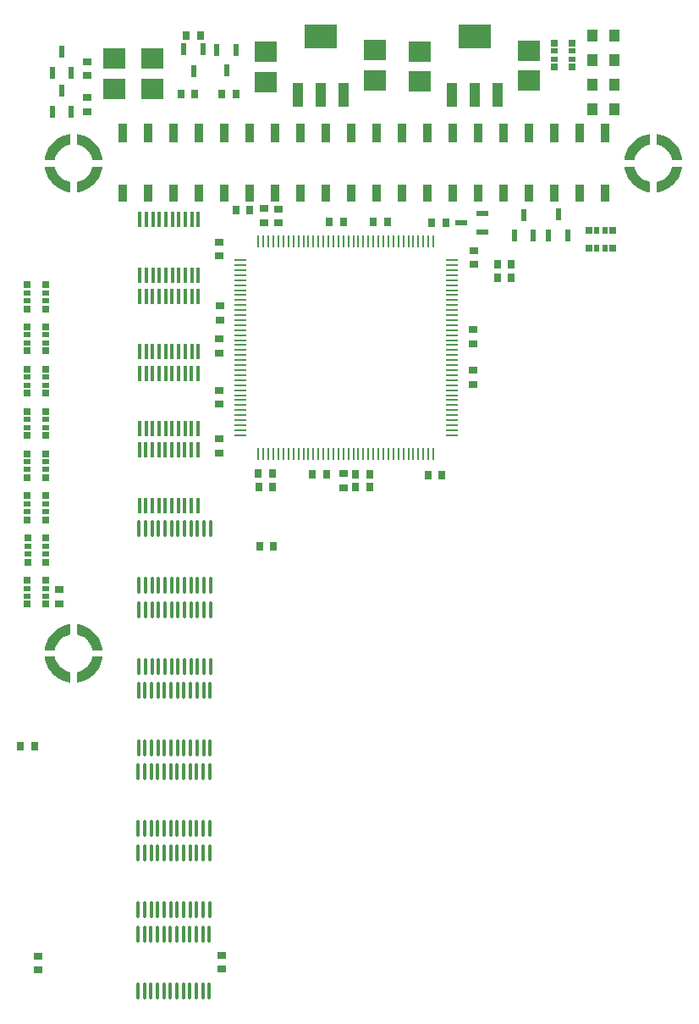
<source format=gtp>
G04*
G04 #@! TF.GenerationSoftware,Altium Limited,Altium Designer,22.6.1 (34)*
G04*
G04 Layer_Color=8421504*
%FSLAX25Y25*%
%MOIN*%
G70*
G04*
G04 #@! TF.SameCoordinates,5882E60C-0619-4AF0-9705-53F345807C1B*
G04*
G04*
G04 #@! TF.FilePolarity,Positive*
G04*
G01*
G75*
%ADD15O,0.00984X0.04724*%
%ADD16O,0.04724X0.00984*%
%ADD17O,0.01378X0.06693*%
%ADD18R,0.08661X0.07874*%
%ADD19R,0.12992X0.09449*%
%ADD20R,0.03937X0.09449*%
%ADD21R,0.03458X0.07316*%
%ADD22R,0.03477X0.06548*%
%ADD23R,0.02362X0.04528*%
%ADD24R,0.05118X0.02362*%
%ADD25R,0.03150X0.03543*%
%ADD26R,0.02362X0.05118*%
%ADD27R,0.03150X0.02559*%
%ADD28R,0.03150X0.01968*%
%ADD29R,0.03937X0.04921*%
%ADD30R,0.03543X0.03150*%
%ADD31R,0.01181X0.06496*%
%ADD32R,0.02559X0.03150*%
%ADD33R,0.01968X0.03150*%
G36*
X346210Y344057D02*
X348076Y343520D01*
X349825Y342679D01*
X351409Y341556D01*
X352782Y340183D01*
X353905Y338599D01*
X354746Y336850D01*
X355283Y334984D01*
X355391Y334020D01*
X355391Y334020D01*
X351336D01*
X351217Y334581D01*
X350850Y335666D01*
X350323Y336684D01*
X349646Y337608D01*
X348835Y338419D01*
X347911Y339096D01*
X346894Y339624D01*
X345808Y339990D01*
X345247Y340110D01*
X345247Y340110D01*
X345246D01*
X345246Y344165D01*
X346210Y344057D01*
D02*
G37*
G36*
X342687Y344165D02*
Y340110D01*
X342126Y339991D01*
X341040Y339625D01*
X340023Y339097D01*
X339098Y338420D01*
X338288Y337610D01*
X337611Y336685D01*
X337083Y335668D01*
X336716Y334582D01*
X336596Y334021D01*
Y334021D01*
Y334020D01*
X332542Y334020D01*
X332650Y334984D01*
X333186Y336850D01*
X334028Y338599D01*
X335151Y340183D01*
X336524Y341556D01*
X338107Y342679D01*
X339856Y343520D01*
X341722Y344057D01*
X342687Y344165D01*
Y344165D01*
D02*
G37*
G36*
X117864Y344057D02*
X119730Y343520D01*
X121479Y342679D01*
X123062Y341556D01*
X124435Y340183D01*
X125558Y338599D01*
X126400Y336850D01*
X126936Y334984D01*
X127044Y334020D01*
X127044Y334020D01*
X122990D01*
X122870Y334581D01*
X122504Y335666D01*
X121976Y336684D01*
X121299Y337608D01*
X120489Y338419D01*
X119564Y339096D01*
X118547Y339624D01*
X117461Y339990D01*
X116901Y340110D01*
X116901Y340110D01*
X116899D01*
X116899Y344165D01*
X117864Y344057D01*
D02*
G37*
G36*
X114340Y344165D02*
Y340110D01*
X113779Y339991D01*
X112694Y339625D01*
X111676Y339097D01*
X110752Y338420D01*
X109941Y337610D01*
X109264Y336685D01*
X108736Y335668D01*
X108370Y334582D01*
X108250Y334021D01*
Y334021D01*
Y334020D01*
X104195Y334020D01*
X104303Y334984D01*
X104840Y336850D01*
X105681Y338599D01*
X106805Y340183D01*
X108177Y341556D01*
X109761Y342679D01*
X111510Y343520D01*
X113376Y344057D01*
X114340Y344165D01*
Y344165D01*
D02*
G37*
G36*
X355283Y330496D02*
X354746Y328630D01*
X353905Y326881D01*
X352782Y325298D01*
X351409Y323925D01*
X349825Y322802D01*
X348076Y321960D01*
X346210Y321424D01*
X345246Y321316D01*
X345246D01*
Y325370D01*
X345807Y325490D01*
X346892Y325856D01*
X347910Y326384D01*
X348834Y327061D01*
X349645Y327871D01*
X350322Y328796D01*
X350850Y329813D01*
X351216Y330899D01*
X351336Y331459D01*
X351336D01*
Y331461D01*
X355391D01*
X355283Y330496D01*
D02*
G37*
G36*
X336716Y330900D02*
X337082Y329814D01*
X337610Y328797D01*
X338287Y327872D01*
X339097Y327062D01*
X340022Y326385D01*
X341039Y325857D01*
X342125Y325490D01*
X342685Y325370D01*
X342687D01*
Y321316D01*
X341722Y321424D01*
X339856Y321960D01*
X338107Y322802D01*
X336524Y323925D01*
X335151Y325298D01*
X334028Y326881D01*
X333186Y328630D01*
X332650Y330496D01*
X332542Y331461D01*
X336596D01*
X336716Y330900D01*
D02*
G37*
G36*
X126936Y330496D02*
X126400Y328630D01*
X125558Y326881D01*
X124435Y325298D01*
X123062Y323925D01*
X121479Y322802D01*
X119730Y321960D01*
X117864Y321424D01*
X116899Y321316D01*
X116899D01*
Y325370D01*
X117460Y325490D01*
X118546Y325856D01*
X119563Y326384D01*
X120488Y327061D01*
X121298Y327871D01*
X121976Y328796D01*
X122503Y329813D01*
X122870Y330899D01*
X122990Y331459D01*
X122990D01*
Y331461D01*
X127044D01*
X126936Y330496D01*
D02*
G37*
G36*
X108369Y330900D02*
X108736Y329814D01*
X109263Y328797D01*
X109940Y327872D01*
X110751Y327062D01*
X111675Y326385D01*
X112692Y325857D01*
X113778Y325490D01*
X114339Y325370D01*
X114340D01*
Y321316D01*
X113376Y321424D01*
X111510Y321960D01*
X109761Y322802D01*
X108177Y323925D01*
X106805Y325298D01*
X105681Y326881D01*
X104840Y328630D01*
X104303Y330496D01*
X104195Y331461D01*
X108250D01*
X108369Y330900D01*
D02*
G37*
G36*
X117864Y151144D02*
X119730Y150607D01*
X121479Y149765D01*
X123062Y148642D01*
X124435Y147269D01*
X125558Y145686D01*
X126400Y143937D01*
X126936Y142071D01*
X127044Y141106D01*
X127044Y141106D01*
X122990D01*
X122870Y141667D01*
X122504Y142753D01*
X121976Y143770D01*
X121299Y144695D01*
X120489Y145505D01*
X119564Y146183D01*
X118547Y146711D01*
X117461Y147077D01*
X116901Y147197D01*
X116901Y147197D01*
X116899D01*
X116899Y151251D01*
X117864Y151144D01*
D02*
G37*
G36*
X114340Y151251D02*
Y147197D01*
X113779Y147077D01*
X112694Y146711D01*
X111676Y146183D01*
X110752Y145506D01*
X109941Y144696D01*
X109264Y143772D01*
X108736Y142754D01*
X108370Y141668D01*
X108250Y141108D01*
Y141108D01*
Y141106D01*
X104195Y141106D01*
X104303Y142071D01*
X104840Y143937D01*
X105681Y145686D01*
X106805Y147269D01*
X108177Y148642D01*
X109761Y149765D01*
X111510Y150607D01*
X113376Y151144D01*
X114340Y151251D01*
Y151251D01*
D02*
G37*
G36*
X126936Y137583D02*
X126400Y135717D01*
X125558Y133968D01*
X124435Y132384D01*
X123062Y131012D01*
X121479Y129888D01*
X119730Y129047D01*
X117864Y128510D01*
X116899Y128402D01*
X116899D01*
Y132457D01*
X117460Y132577D01*
X118546Y132943D01*
X119563Y133470D01*
X120488Y134147D01*
X121298Y134958D01*
X121976Y135882D01*
X122503Y136899D01*
X122870Y137985D01*
X122990Y138546D01*
X122990D01*
Y138547D01*
X127044D01*
X126936Y137583D01*
D02*
G37*
G36*
X108369Y137987D02*
X108736Y136901D01*
X109263Y135883D01*
X109940Y134959D01*
X110751Y134148D01*
X111675Y133471D01*
X112692Y132943D01*
X113778Y132577D01*
X114339Y132457D01*
X114340D01*
Y128402D01*
X113376Y128510D01*
X111510Y129047D01*
X109761Y129888D01*
X108177Y131012D01*
X106805Y132384D01*
X105681Y133968D01*
X104840Y135717D01*
X104303Y137583D01*
X104195Y138547D01*
X108250D01*
X108369Y137987D01*
D02*
G37*
D15*
X257313Y301882D02*
D03*
X255345D02*
D03*
X253376D02*
D03*
X251408D02*
D03*
X249439D02*
D03*
X247471D02*
D03*
X245502D02*
D03*
X243534D02*
D03*
X241565D02*
D03*
X239597D02*
D03*
X237628D02*
D03*
X235660D02*
D03*
X233691D02*
D03*
X231723D02*
D03*
X229754D02*
D03*
X227786D02*
D03*
X225817D02*
D03*
X223849D02*
D03*
X221880D02*
D03*
X219912D02*
D03*
X217943D02*
D03*
X215975D02*
D03*
X214006D02*
D03*
X212038D02*
D03*
X210069D02*
D03*
X208101D02*
D03*
X206132D02*
D03*
X204164D02*
D03*
X202195D02*
D03*
X200226D02*
D03*
X198258D02*
D03*
X196290D02*
D03*
X194321D02*
D03*
X192352D02*
D03*
X190384D02*
D03*
X188416D02*
D03*
Y218418D02*
D03*
X190384D02*
D03*
X192352D02*
D03*
X194321D02*
D03*
X196290D02*
D03*
X198258D02*
D03*
X200226D02*
D03*
X202195D02*
D03*
X204164D02*
D03*
X206132D02*
D03*
X208101D02*
D03*
X210069D02*
D03*
X212038D02*
D03*
X214006D02*
D03*
X215975D02*
D03*
X217943D02*
D03*
X219912D02*
D03*
X221880D02*
D03*
X223849Y218418D02*
D03*
X225817Y218418D02*
D03*
X227786D02*
D03*
X229754D02*
D03*
X231723D02*
D03*
X233691D02*
D03*
X235660D02*
D03*
X237628D02*
D03*
X239597D02*
D03*
X241565D02*
D03*
X243534D02*
D03*
X245502D02*
D03*
X247471D02*
D03*
X249439D02*
D03*
X251408D02*
D03*
X253376D02*
D03*
X255345D02*
D03*
X257313D02*
D03*
D16*
X181132Y294599D02*
D03*
Y292630D02*
D03*
Y290662D02*
D03*
Y288693D02*
D03*
Y286725D02*
D03*
Y284756D02*
D03*
Y282788D02*
D03*
Y280819D02*
D03*
Y278851D02*
D03*
Y276882D02*
D03*
Y274914D02*
D03*
Y272945D02*
D03*
Y270977D02*
D03*
Y269008D02*
D03*
Y267040D02*
D03*
Y265071D02*
D03*
Y263103D02*
D03*
X181132Y261134D02*
D03*
X181132Y259166D02*
D03*
Y257197D02*
D03*
Y255229D02*
D03*
Y253260D02*
D03*
Y251292D02*
D03*
Y249323D02*
D03*
Y247355D02*
D03*
Y245386D02*
D03*
Y243418D02*
D03*
Y241449D02*
D03*
Y239481D02*
D03*
Y237512D02*
D03*
Y235544D02*
D03*
Y233575D02*
D03*
Y231607D02*
D03*
Y229638D02*
D03*
Y227670D02*
D03*
Y225701D02*
D03*
X264597D02*
D03*
Y227670D02*
D03*
Y229638D02*
D03*
Y231607D02*
D03*
Y233575D02*
D03*
Y235544D02*
D03*
Y237512D02*
D03*
Y239481D02*
D03*
Y241449D02*
D03*
Y243418D02*
D03*
Y245386D02*
D03*
Y247355D02*
D03*
Y249323D02*
D03*
Y251292D02*
D03*
Y253260D02*
D03*
Y255229D02*
D03*
Y257197D02*
D03*
Y259166D02*
D03*
Y261134D02*
D03*
Y263103D02*
D03*
Y265071D02*
D03*
Y267040D02*
D03*
Y269008D02*
D03*
Y270977D02*
D03*
Y272945D02*
D03*
Y274914D02*
D03*
Y276882D02*
D03*
Y278851D02*
D03*
Y280819D02*
D03*
Y282788D02*
D03*
Y284756D02*
D03*
Y286725D02*
D03*
Y288693D02*
D03*
Y290662D02*
D03*
Y292630D02*
D03*
Y294599D02*
D03*
D17*
X169094Y29349D02*
D03*
X166535Y29349D02*
D03*
X163976Y29349D02*
D03*
X161417Y29349D02*
D03*
X158858Y29349D02*
D03*
X156299D02*
D03*
X153740D02*
D03*
X151181D02*
D03*
X148622D02*
D03*
X146063D02*
D03*
X143504D02*
D03*
X140945D02*
D03*
X169094Y6908D02*
D03*
X166535Y6908D02*
D03*
X163976Y6908D02*
D03*
X161417Y6908D02*
D03*
X158858Y6908D02*
D03*
X156299D02*
D03*
X153740D02*
D03*
X151181D02*
D03*
X148622D02*
D03*
X146063D02*
D03*
X143504D02*
D03*
X140945D02*
D03*
X141021Y38978D02*
D03*
X143580D02*
D03*
X146139D02*
D03*
X148698D02*
D03*
X151257D02*
D03*
X153816D02*
D03*
X156375D02*
D03*
X158934D02*
D03*
X161494Y38978D02*
D03*
X164053Y38978D02*
D03*
X166612Y38978D02*
D03*
X169171Y38978D02*
D03*
X141021Y61418D02*
D03*
X143580D02*
D03*
X146139D02*
D03*
X148698D02*
D03*
X151257D02*
D03*
X153816D02*
D03*
X156375D02*
D03*
X158934D02*
D03*
X161494Y61418D02*
D03*
X164053Y61418D02*
D03*
X166612Y61418D02*
D03*
X169171Y61418D02*
D03*
X141021Y70894D02*
D03*
X143580D02*
D03*
X146139D02*
D03*
X148698D02*
D03*
X151257D02*
D03*
X153816D02*
D03*
X156375D02*
D03*
X158934D02*
D03*
X161494Y70894D02*
D03*
X164053Y70894D02*
D03*
X166612Y70894D02*
D03*
X169171Y70894D02*
D03*
X141021Y93335D02*
D03*
X143580D02*
D03*
X146139D02*
D03*
X148698D02*
D03*
X151257D02*
D03*
X153816D02*
D03*
X156375D02*
D03*
X158934D02*
D03*
X161494Y93335D02*
D03*
X164053Y93335D02*
D03*
X166612Y93335D02*
D03*
X169171Y93335D02*
D03*
X141197Y102738D02*
D03*
X143756D02*
D03*
X146315D02*
D03*
X148874D02*
D03*
X151433D02*
D03*
X153992D02*
D03*
X156551D02*
D03*
X159110D02*
D03*
X161670Y102738D02*
D03*
X164229Y102738D02*
D03*
X166788Y102738D02*
D03*
X169347Y102738D02*
D03*
X141197Y125179D02*
D03*
X143756D02*
D03*
X146315D02*
D03*
X148874D02*
D03*
X151433D02*
D03*
X153992D02*
D03*
X156551D02*
D03*
X159110D02*
D03*
X161670Y125179D02*
D03*
X164229Y125179D02*
D03*
X166788Y125179D02*
D03*
X169347Y125179D02*
D03*
X141386Y134484D02*
D03*
X143945D02*
D03*
X146504D02*
D03*
X149063D02*
D03*
X151622D02*
D03*
X154181D02*
D03*
X156740D02*
D03*
X159299D02*
D03*
X161858Y134484D02*
D03*
X164418Y134484D02*
D03*
X166976Y134484D02*
D03*
X169536Y134484D02*
D03*
X141386Y156925D02*
D03*
X143945D02*
D03*
X146504D02*
D03*
X149063D02*
D03*
X151622D02*
D03*
X154181D02*
D03*
X156740D02*
D03*
X159299D02*
D03*
X161858Y156925D02*
D03*
X164418Y156925D02*
D03*
X166976Y156925D02*
D03*
X169536Y156925D02*
D03*
X141394Y166625D02*
D03*
X143953D02*
D03*
X146512D02*
D03*
X149071D02*
D03*
X151630D02*
D03*
X154189D02*
D03*
X156748D02*
D03*
X159307D02*
D03*
X161866Y166625D02*
D03*
X164425Y166625D02*
D03*
X166984Y166625D02*
D03*
X169544Y166625D02*
D03*
X141394Y189066D02*
D03*
X143953D02*
D03*
X146512D02*
D03*
X149071D02*
D03*
X151630D02*
D03*
X154189D02*
D03*
X156748D02*
D03*
X159307D02*
D03*
X161866Y189066D02*
D03*
X164425Y189066D02*
D03*
X166984Y189066D02*
D03*
X169544Y189066D02*
D03*
D18*
X191334Y376572D02*
D03*
Y364761D02*
D03*
X294940Y377029D02*
D03*
Y365218D02*
D03*
X251920Y364848D02*
D03*
Y376659D02*
D03*
X234224Y377133D02*
D03*
Y365322D02*
D03*
X146500Y373905D02*
D03*
Y362094D02*
D03*
X131500Y373905D02*
D03*
Y362094D02*
D03*
D19*
X212870Y382474D02*
D03*
X273560Y382559D02*
D03*
D20*
X221925Y359639D02*
D03*
X212870D02*
D03*
X203815D02*
D03*
X264505Y359725D02*
D03*
X273560D02*
D03*
X282615D02*
D03*
D21*
X244825Y344595D02*
D03*
X254825D02*
D03*
X264825D02*
D03*
X274825D02*
D03*
X284825D02*
D03*
X294825D02*
D03*
X304825D02*
D03*
X314825D02*
D03*
X324825Y344595D02*
D03*
X144825Y344595D02*
D03*
X134825D02*
D03*
X154825D02*
D03*
X164825D02*
D03*
X174825D02*
D03*
X184825D02*
D03*
X194825D02*
D03*
X204825D02*
D03*
X214825D02*
D03*
X224825D02*
D03*
X234825D02*
D03*
D22*
X164825Y320972D02*
D03*
X244825D02*
D03*
X234825D02*
D03*
X224825D02*
D03*
X214825D02*
D03*
X204825D02*
D03*
X194825D02*
D03*
X184825D02*
D03*
X174825D02*
D03*
X324825Y320972D02*
D03*
X314825Y320972D02*
D03*
X304825D02*
D03*
X284825D02*
D03*
X274825D02*
D03*
X264825D02*
D03*
X254825D02*
D03*
X294825D02*
D03*
X134825D02*
D03*
X144825D02*
D03*
X154825D02*
D03*
D23*
X166600Y377707D02*
D03*
X159120D02*
D03*
X162860Y368848D02*
D03*
D24*
X276553Y305486D02*
D03*
Y312966D02*
D03*
X268285Y309226D02*
D03*
D25*
X233744Y309500D02*
D03*
X239256D02*
D03*
X100265Y103289D02*
D03*
X94753D02*
D03*
X288078Y293036D02*
D03*
X282567D02*
D03*
X288028Y287557D02*
D03*
X282517D02*
D03*
X188537Y205416D02*
D03*
X194049D02*
D03*
X262255Y309246D02*
D03*
X256743D02*
D03*
X179573Y314218D02*
D03*
X185085D02*
D03*
X179577Y359968D02*
D03*
X174065D02*
D03*
X163450Y359924D02*
D03*
X157938D02*
D03*
X165582Y383029D02*
D03*
X160070D02*
D03*
X232150Y210257D02*
D03*
X226638D02*
D03*
X232131Y205236D02*
D03*
X226619D02*
D03*
X255244Y210000D02*
D03*
X260756D02*
D03*
X188451Y210619D02*
D03*
X193963D02*
D03*
X216319Y309487D02*
D03*
X221831D02*
D03*
X188813Y181871D02*
D03*
X194325D02*
D03*
X215210Y210422D02*
D03*
X209698D02*
D03*
D26*
X107304Y352868D02*
D03*
X114785D02*
D03*
X111045Y361136D02*
D03*
X107216Y368233D02*
D03*
X114696D02*
D03*
X110956Y376501D02*
D03*
X289280Y304160D02*
D03*
X296760D02*
D03*
X293020Y312428D02*
D03*
X302772Y304280D02*
D03*
X310253D02*
D03*
X306512Y312548D02*
D03*
X175849Y369161D02*
D03*
X172109Y377429D02*
D03*
X179590D02*
D03*
D27*
X311968Y370649D02*
D03*
X304882Y370650D02*
D03*
X311969Y380097D02*
D03*
X304882Y380098D02*
D03*
X97447Y168608D02*
D03*
X104533Y168608D02*
D03*
X97446Y159160D02*
D03*
X104533Y159160D02*
D03*
X97457Y185224D02*
D03*
X104544Y185224D02*
D03*
X97456Y175776D02*
D03*
X104543Y175776D02*
D03*
X97447Y201893D02*
D03*
X104533Y201892D02*
D03*
X97446Y192445D02*
D03*
X104533Y192445D02*
D03*
X97447Y251728D02*
D03*
X104533Y251728D02*
D03*
X97446Y242280D02*
D03*
X104533Y242280D02*
D03*
X97447Y268314D02*
D03*
X104533Y268313D02*
D03*
X97446Y258865D02*
D03*
X104533Y258865D02*
D03*
X97447Y218444D02*
D03*
X104533Y218444D02*
D03*
X97446Y208996D02*
D03*
X104533Y208996D02*
D03*
X97447Y284878D02*
D03*
X104533Y284878D02*
D03*
X97446Y275430D02*
D03*
X104533Y275430D02*
D03*
X97447Y235091D02*
D03*
X104533Y235091D02*
D03*
X97446Y225643D02*
D03*
X104533Y225643D02*
D03*
D28*
X311968Y373798D02*
D03*
X304882Y373798D02*
D03*
X311968Y376948D02*
D03*
X304882Y376948D02*
D03*
X97447Y165460D02*
D03*
X104533Y165459D02*
D03*
X97447Y162310D02*
D03*
X104533Y162309D02*
D03*
X97457Y182075D02*
D03*
X104543Y182075D02*
D03*
X97457Y178925D02*
D03*
X104543Y178925D02*
D03*
X97447Y198744D02*
D03*
X104533Y198743D02*
D03*
X97447Y195594D02*
D03*
X104533Y195594D02*
D03*
X97447Y248579D02*
D03*
X104533Y248579D02*
D03*
X97447Y245429D02*
D03*
X104533Y245429D02*
D03*
X97447Y265164D02*
D03*
X104533Y265164D02*
D03*
X97447Y262015D02*
D03*
X104533Y262014D02*
D03*
X97447Y215295D02*
D03*
X104533Y215295D02*
D03*
X97447Y212145D02*
D03*
X104533Y212145D02*
D03*
X97447Y281729D02*
D03*
X104533Y281729D02*
D03*
X97447Y278579D02*
D03*
X104533Y278579D02*
D03*
X97447Y231942D02*
D03*
X104533Y231942D02*
D03*
X97447Y228792D02*
D03*
X104533Y228792D02*
D03*
D29*
X319963Y353891D02*
D03*
X328624D02*
D03*
X319963Y363640D02*
D03*
X328624D02*
D03*
X319963Y373283D02*
D03*
X328624D02*
D03*
X319963Y382945D02*
D03*
X328624D02*
D03*
D30*
X120799Y358565D02*
D03*
Y353053D02*
D03*
X121057Y372792D02*
D03*
Y367280D02*
D03*
X196368Y309287D02*
D03*
Y314799D02*
D03*
X190512Y314817D02*
D03*
Y309305D02*
D03*
X221840Y210603D02*
D03*
Y205091D02*
D03*
X273000Y267256D02*
D03*
Y261744D02*
D03*
X173190Y271081D02*
D03*
Y276593D02*
D03*
X110113Y159445D02*
D03*
Y164957D02*
D03*
X101500Y15244D02*
D03*
Y20756D02*
D03*
X273400Y292839D02*
D03*
Y298351D02*
D03*
X174112Y15535D02*
D03*
Y21046D02*
D03*
X273039Y251278D02*
D03*
Y245766D02*
D03*
X173110Y224214D02*
D03*
Y218702D02*
D03*
X172999Y243421D02*
D03*
Y237909D02*
D03*
X173032Y263573D02*
D03*
Y258062D02*
D03*
X173000Y301756D02*
D03*
Y296244D02*
D03*
D31*
X164681Y280372D02*
D03*
X162122D02*
D03*
X159563D02*
D03*
X157004D02*
D03*
X154445D02*
D03*
X151886D02*
D03*
X149327D02*
D03*
X146768D02*
D03*
X144209D02*
D03*
X141649D02*
D03*
X164681Y258522D02*
D03*
X162122D02*
D03*
X159563D02*
D03*
X157004D02*
D03*
X154445D02*
D03*
X151886D02*
D03*
X149327D02*
D03*
X146768D02*
D03*
X144209D02*
D03*
X141649D02*
D03*
X164537Y219904D02*
D03*
X161978D02*
D03*
X159419D02*
D03*
X156860D02*
D03*
X154301D02*
D03*
X151742D02*
D03*
X149183D02*
D03*
X146624D02*
D03*
X144065D02*
D03*
X141506D02*
D03*
X164537Y198054D02*
D03*
X161978D02*
D03*
X159419D02*
D03*
X156860D02*
D03*
X154301D02*
D03*
X151742D02*
D03*
X149183D02*
D03*
X146624D02*
D03*
X144065D02*
D03*
X141506D02*
D03*
X164609Y250102D02*
D03*
X162050D02*
D03*
X159491D02*
D03*
X156932D02*
D03*
X154373D02*
D03*
X151814D02*
D03*
X149255D02*
D03*
X146696D02*
D03*
X144137D02*
D03*
X141577D02*
D03*
X164609Y228252D02*
D03*
X162050D02*
D03*
X159491D02*
D03*
X156932D02*
D03*
X154373D02*
D03*
X151814D02*
D03*
X149255D02*
D03*
X146696D02*
D03*
X144137D02*
D03*
X141577D02*
D03*
X141677Y288727D02*
D03*
X144236D02*
D03*
X146795D02*
D03*
X149354D02*
D03*
X151913D02*
D03*
X154472D02*
D03*
X157031D02*
D03*
X159590D02*
D03*
X162150D02*
D03*
X164709D02*
D03*
X141677Y310577D02*
D03*
X144236D02*
D03*
X146795D02*
D03*
X149354D02*
D03*
X151913D02*
D03*
X154472D02*
D03*
X157031D02*
D03*
X159590D02*
D03*
X162150D02*
D03*
X164709D02*
D03*
D32*
X318533Y299347D02*
D03*
X318533Y306434D02*
D03*
X327981Y299347D02*
D03*
X327981Y306433D02*
D03*
D33*
X321682Y299347D02*
D03*
X321682Y306433D02*
D03*
X324832Y299347D02*
D03*
X324832Y306433D02*
D03*
M02*

</source>
